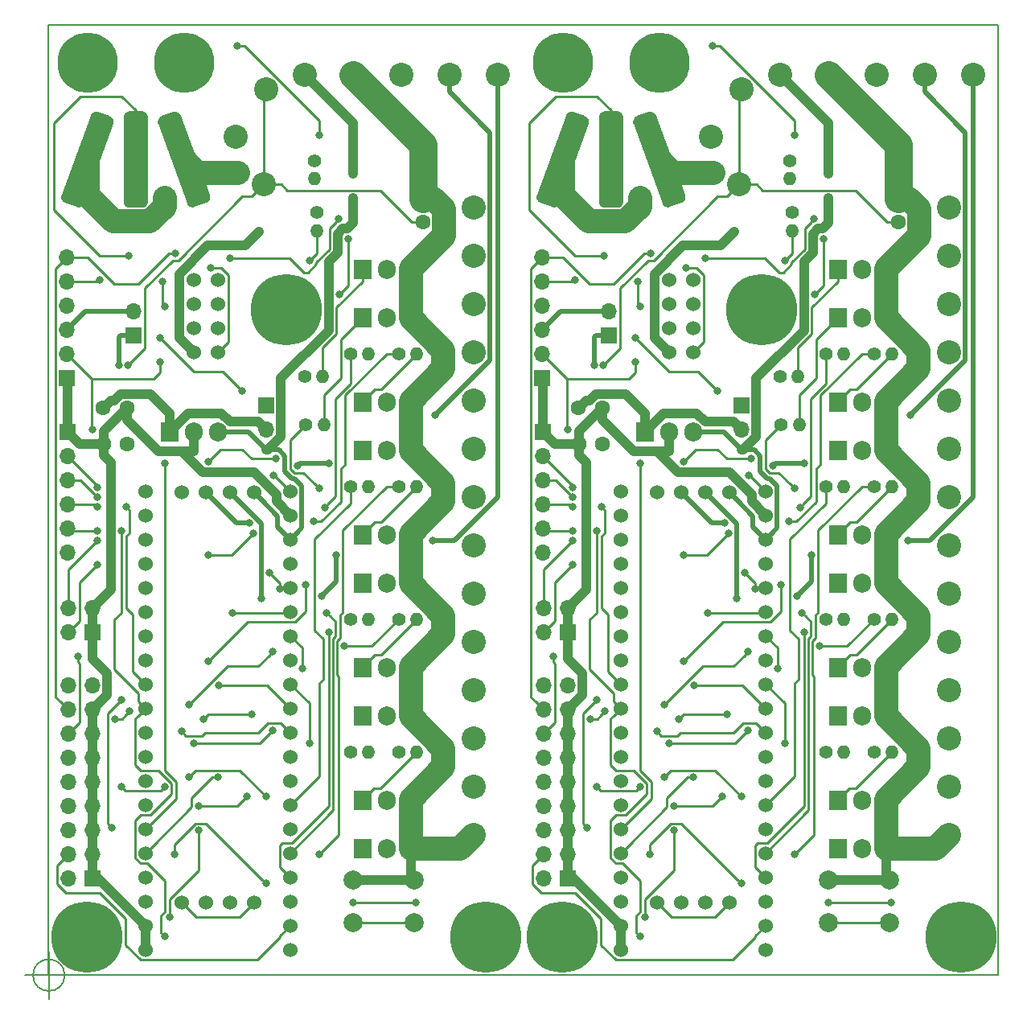
<source format=gbr>
%TF.GenerationSoftware,KiCad,Pcbnew,(5.0.2)-1*%
%TF.CreationDate,2020-01-22T19:31:57-08:00*%
%TF.ProjectId,noname.kicad_pcb_panel_x2,6e6f6e61-6d65-42e6-9b69-6361645f7063,rev?*%
%TF.SameCoordinates,PX4c4b400PY8f0d180*%
%TF.FileFunction,Copper,L1,Top*%
%TF.FilePolarity,Positive*%
%FSLAX46Y46*%
G04 Gerber Fmt 4.6, Leading zero omitted, Abs format (unit mm)*
G04 Created by KiCad (PCBNEW (5.0.2)-1) date 1/22/2020 7:31:57 PM*
%MOMM*%
%LPD*%
G01*
G04 APERTURE LIST*
%ADD10C,0.150000*%
%ADD11C,6.350000*%
%ADD12C,0.100000*%
%ADD13C,2.540000*%
%ADD14C,1.524000*%
%ADD15C,1.400000*%
%ADD16O,1.400000X1.400000*%
%ADD17C,1.600000*%
%ADD18C,7.500000*%
%ADD19R,1.700000X1.700000*%
%ADD20O,1.700000X1.700000*%
%ADD21O,1.905000X2.000000*%
%ADD22R,1.905000X2.000000*%
%ADD23C,2.000000*%
%ADD24C,0.800000*%
%ADD25C,0.250000*%
%ADD26C,1.000000*%
%ADD27C,2.000000*%
%ADD28C,3.000000*%
%ADD29C,2.500000*%
%ADD30C,0.500000*%
G04 APERTURE END LIST*
D10*
X100000000Y0D02*
X0Y0D01*
X100000000Y100000000D02*
X100000000Y0D01*
X0Y100000000D02*
X100000000Y100000000D01*
X0Y0D02*
X0Y100000000D01*
X1720666Y-44000D02*
G75*
G03X1720666Y-44000I-1666666J0D01*
G01*
X-2446000Y-44000D02*
X2554000Y-44000D01*
X54000Y2456000D02*
X54000Y-2544000D01*
D11*
X64316000Y95968000D03*
X54156000Y95968000D03*
D12*
G36*
X63482172Y90830742D02*
X63543356Y90818918D01*
X63603086Y90801154D01*
X63660788Y90777621D01*
X63715905Y90748546D01*
X63767907Y90714208D01*
X63816293Y90674939D01*
X63860596Y90631116D01*
X63900391Y90583161D01*
X63935294Y90531537D01*
X63964969Y90476740D01*
X63989130Y90419299D01*
X67029689Y82065432D01*
X67048103Y82005899D01*
X67060594Y81944847D01*
X67067040Y81882866D01*
X67067380Y81820551D01*
X67061610Y81758502D01*
X67049786Y81697318D01*
X67032022Y81637588D01*
X67008489Y81579886D01*
X66979414Y81524769D01*
X66945076Y81472767D01*
X66905807Y81424382D01*
X66861984Y81380078D01*
X66814029Y81340283D01*
X66762405Y81305380D01*
X66707608Y81275705D01*
X66650167Y81251544D01*
X65456758Y80817179D01*
X65397225Y80798765D01*
X65336173Y80786274D01*
X65274192Y80779828D01*
X65211877Y80779488D01*
X65149828Y80785258D01*
X65088644Y80797082D01*
X65028914Y80814846D01*
X64971212Y80838379D01*
X64916095Y80867454D01*
X64864093Y80901792D01*
X64815707Y80941061D01*
X64771404Y80984884D01*
X64731609Y81032839D01*
X64696706Y81084463D01*
X64667031Y81139260D01*
X64642870Y81196701D01*
X61602311Y89550568D01*
X61583897Y89610101D01*
X61571406Y89671153D01*
X61564960Y89733134D01*
X61564620Y89795449D01*
X61570390Y89857498D01*
X61582214Y89918682D01*
X61599978Y89978412D01*
X61623511Y90036114D01*
X61652586Y90091231D01*
X61686924Y90143233D01*
X61726193Y90191618D01*
X61770016Y90235922D01*
X61817971Y90275717D01*
X61869595Y90310620D01*
X61924392Y90340295D01*
X61981833Y90364456D01*
X63175242Y90798821D01*
X63234775Y90817235D01*
X63295827Y90829726D01*
X63357808Y90836172D01*
X63420123Y90836512D01*
X63482172Y90830742D01*
X63482172Y90830742D01*
G37*
D13*
X64316000Y85808000D03*
D12*
G36*
X59933241Y90884942D02*
X59994882Y90875799D01*
X60055331Y90860657D01*
X60114004Y90839664D01*
X60170337Y90813020D01*
X60223787Y90780983D01*
X60273840Y90743862D01*
X60320013Y90702013D01*
X60361862Y90655840D01*
X60398983Y90605787D01*
X60431020Y90552337D01*
X60457664Y90496004D01*
X60478657Y90437331D01*
X60493799Y90376882D01*
X60502942Y90315241D01*
X60506000Y90253000D01*
X60506000Y81363000D01*
X60502942Y81300759D01*
X60493799Y81239118D01*
X60478657Y81178669D01*
X60457664Y81119996D01*
X60431020Y81063663D01*
X60398983Y81010213D01*
X60361862Y80960160D01*
X60320013Y80913987D01*
X60273840Y80872138D01*
X60223787Y80835017D01*
X60170337Y80802980D01*
X60114004Y80776336D01*
X60055331Y80755343D01*
X59994882Y80740201D01*
X59933241Y80731058D01*
X59871000Y80728000D01*
X58601000Y80728000D01*
X58538759Y80731058D01*
X58477118Y80740201D01*
X58416669Y80755343D01*
X58357996Y80776336D01*
X58301663Y80802980D01*
X58248213Y80835017D01*
X58198160Y80872138D01*
X58151987Y80913987D01*
X58110138Y80960160D01*
X58073017Y81010213D01*
X58040980Y81063663D01*
X58014336Y81119996D01*
X57993343Y81178669D01*
X57978201Y81239118D01*
X57969058Y81300759D01*
X57966000Y81363000D01*
X57966000Y90253000D01*
X57969058Y90315241D01*
X57978201Y90376882D01*
X57993343Y90437331D01*
X58014336Y90496004D01*
X58040980Y90552337D01*
X58073017Y90605787D01*
X58110138Y90655840D01*
X58151987Y90702013D01*
X58198160Y90743862D01*
X58248213Y90780983D01*
X58301663Y90813020D01*
X58357996Y90839664D01*
X58416669Y90860657D01*
X58477118Y90875799D01*
X58538759Y90884942D01*
X58601000Y90888000D01*
X59871000Y90888000D01*
X59933241Y90884942D01*
X59933241Y90884942D01*
G37*
D13*
X59236000Y85808000D03*
D12*
G36*
X55114192Y90836172D02*
X55176173Y90829726D01*
X55237225Y90817235D01*
X55296758Y90798821D01*
X56490167Y90364456D01*
X56547608Y90340295D01*
X56602405Y90310620D01*
X56654029Y90275717D01*
X56701984Y90235922D01*
X56745807Y90191619D01*
X56785076Y90143233D01*
X56819414Y90091231D01*
X56848489Y90036114D01*
X56872022Y89978412D01*
X56889786Y89918682D01*
X56901610Y89857498D01*
X56907380Y89795449D01*
X56907040Y89733134D01*
X56900594Y89671153D01*
X56888103Y89610101D01*
X56869689Y89550568D01*
X53829130Y81196701D01*
X53804969Y81139260D01*
X53775294Y81084463D01*
X53740391Y81032839D01*
X53700596Y80984884D01*
X53656292Y80941061D01*
X53607907Y80901792D01*
X53555905Y80867454D01*
X53500788Y80838379D01*
X53443086Y80814846D01*
X53383356Y80797082D01*
X53322172Y80785258D01*
X53260123Y80779488D01*
X53197808Y80779828D01*
X53135827Y80786274D01*
X53074775Y80798765D01*
X53015242Y80817179D01*
X51821833Y81251544D01*
X51764392Y81275705D01*
X51709595Y81305380D01*
X51657971Y81340283D01*
X51610016Y81380078D01*
X51566193Y81424381D01*
X51526924Y81472767D01*
X51492586Y81524769D01*
X51463511Y81579886D01*
X51439978Y81637588D01*
X51422214Y81697318D01*
X51410390Y81758502D01*
X51404620Y81820551D01*
X51404960Y81882866D01*
X51411406Y81944847D01*
X51423897Y82005899D01*
X51442311Y82065432D01*
X54482870Y90419299D01*
X54507031Y90476740D01*
X54536706Y90531537D01*
X54571609Y90583161D01*
X54611404Y90631116D01*
X54655708Y90674939D01*
X54704093Y90714208D01*
X54756095Y90748546D01*
X54811212Y90777621D01*
X54868914Y90801154D01*
X54928644Y90818918D01*
X54989828Y90830742D01*
X55051877Y90836512D01*
X55114192Y90836172D01*
X55114192Y90836172D01*
G37*
D13*
X54156000Y85808000D03*
D11*
X14278000Y95968000D03*
X4118000Y95968000D03*
D12*
G36*
X13444172Y90830742D02*
X13505356Y90818918D01*
X13565086Y90801154D01*
X13622788Y90777621D01*
X13677905Y90748546D01*
X13729907Y90714208D01*
X13778293Y90674939D01*
X13822596Y90631116D01*
X13862391Y90583161D01*
X13897294Y90531537D01*
X13926969Y90476740D01*
X13951130Y90419299D01*
X16991689Y82065432D01*
X17010103Y82005899D01*
X17022594Y81944847D01*
X17029040Y81882866D01*
X17029380Y81820551D01*
X17023610Y81758502D01*
X17011786Y81697318D01*
X16994022Y81637588D01*
X16970489Y81579886D01*
X16941414Y81524769D01*
X16907076Y81472767D01*
X16867807Y81424382D01*
X16823984Y81380078D01*
X16776029Y81340283D01*
X16724405Y81305380D01*
X16669608Y81275705D01*
X16612167Y81251544D01*
X15418758Y80817179D01*
X15359225Y80798765D01*
X15298173Y80786274D01*
X15236192Y80779828D01*
X15173877Y80779488D01*
X15111828Y80785258D01*
X15050644Y80797082D01*
X14990914Y80814846D01*
X14933212Y80838379D01*
X14878095Y80867454D01*
X14826093Y80901792D01*
X14777707Y80941061D01*
X14733404Y80984884D01*
X14693609Y81032839D01*
X14658706Y81084463D01*
X14629031Y81139260D01*
X14604870Y81196701D01*
X11564311Y89550568D01*
X11545897Y89610101D01*
X11533406Y89671153D01*
X11526960Y89733134D01*
X11526620Y89795449D01*
X11532390Y89857498D01*
X11544214Y89918682D01*
X11561978Y89978412D01*
X11585511Y90036114D01*
X11614586Y90091231D01*
X11648924Y90143233D01*
X11688193Y90191618D01*
X11732016Y90235922D01*
X11779971Y90275717D01*
X11831595Y90310620D01*
X11886392Y90340295D01*
X11943833Y90364456D01*
X13137242Y90798821D01*
X13196775Y90817235D01*
X13257827Y90829726D01*
X13319808Y90836172D01*
X13382123Y90836512D01*
X13444172Y90830742D01*
X13444172Y90830742D01*
G37*
D13*
X14278000Y85808000D03*
D12*
G36*
X9895241Y90884942D02*
X9956882Y90875799D01*
X10017331Y90860657D01*
X10076004Y90839664D01*
X10132337Y90813020D01*
X10185787Y90780983D01*
X10235840Y90743862D01*
X10282013Y90702013D01*
X10323862Y90655840D01*
X10360983Y90605787D01*
X10393020Y90552337D01*
X10419664Y90496004D01*
X10440657Y90437331D01*
X10455799Y90376882D01*
X10464942Y90315241D01*
X10468000Y90253000D01*
X10468000Y81363000D01*
X10464942Y81300759D01*
X10455799Y81239118D01*
X10440657Y81178669D01*
X10419664Y81119996D01*
X10393020Y81063663D01*
X10360983Y81010213D01*
X10323862Y80960160D01*
X10282013Y80913987D01*
X10235840Y80872138D01*
X10185787Y80835017D01*
X10132337Y80802980D01*
X10076004Y80776336D01*
X10017331Y80755343D01*
X9956882Y80740201D01*
X9895241Y80731058D01*
X9833000Y80728000D01*
X8563000Y80728000D01*
X8500759Y80731058D01*
X8439118Y80740201D01*
X8378669Y80755343D01*
X8319996Y80776336D01*
X8263663Y80802980D01*
X8210213Y80835017D01*
X8160160Y80872138D01*
X8113987Y80913987D01*
X8072138Y80960160D01*
X8035017Y81010213D01*
X8002980Y81063663D01*
X7976336Y81119996D01*
X7955343Y81178669D01*
X7940201Y81239118D01*
X7931058Y81300759D01*
X7928000Y81363000D01*
X7928000Y90253000D01*
X7931058Y90315241D01*
X7940201Y90376882D01*
X7955343Y90437331D01*
X7976336Y90496004D01*
X8002980Y90552337D01*
X8035017Y90605787D01*
X8072138Y90655840D01*
X8113987Y90702013D01*
X8160160Y90743862D01*
X8210213Y90780983D01*
X8263663Y90813020D01*
X8319996Y90839664D01*
X8378669Y90860657D01*
X8439118Y90875799D01*
X8500759Y90884942D01*
X8563000Y90888000D01*
X9833000Y90888000D01*
X9895241Y90884942D01*
X9895241Y90884942D01*
G37*
D13*
X9198000Y85808000D03*
D12*
G36*
X5076192Y90836172D02*
X5138173Y90829726D01*
X5199225Y90817235D01*
X5258758Y90798821D01*
X6452167Y90364456D01*
X6509608Y90340295D01*
X6564405Y90310620D01*
X6616029Y90275717D01*
X6663984Y90235922D01*
X6707807Y90191619D01*
X6747076Y90143233D01*
X6781414Y90091231D01*
X6810489Y90036114D01*
X6834022Y89978412D01*
X6851786Y89918682D01*
X6863610Y89857498D01*
X6869380Y89795449D01*
X6869040Y89733134D01*
X6862594Y89671153D01*
X6850103Y89610101D01*
X6831689Y89550568D01*
X3791130Y81196701D01*
X3766969Y81139260D01*
X3737294Y81084463D01*
X3702391Y81032839D01*
X3662596Y80984884D01*
X3618292Y80941061D01*
X3569907Y80901792D01*
X3517905Y80867454D01*
X3462788Y80838379D01*
X3405086Y80814846D01*
X3345356Y80797082D01*
X3284172Y80785258D01*
X3222123Y80779488D01*
X3159808Y80779828D01*
X3097827Y80786274D01*
X3036775Y80798765D01*
X2977242Y80817179D01*
X1783833Y81251544D01*
X1726392Y81275705D01*
X1671595Y81305380D01*
X1619971Y81340283D01*
X1572016Y81380078D01*
X1528193Y81424381D01*
X1488924Y81472767D01*
X1454586Y81524769D01*
X1425511Y81579886D01*
X1401978Y81637588D01*
X1384214Y81697318D01*
X1372390Y81758502D01*
X1366620Y81820551D01*
X1366960Y81882866D01*
X1373406Y81944847D01*
X1385897Y82005899D01*
X1404311Y82065432D01*
X4444870Y90419299D01*
X4469031Y90476740D01*
X4498706Y90531537D01*
X4533609Y90583161D01*
X4573404Y90631116D01*
X4617708Y90674939D01*
X4666093Y90714208D01*
X4718095Y90748546D01*
X4773212Y90777621D01*
X4830914Y90801154D01*
X4890644Y90818918D01*
X4951828Y90830742D01*
X5013877Y90836512D01*
X5076192Y90836172D01*
X5076192Y90836172D01*
G37*
D13*
X4118000Y85808000D03*
D14*
X17844000Y73121000D03*
X17844000Y70581000D03*
X17844000Y68041000D03*
X17844000Y65501000D03*
X15304000Y65501000D03*
X15304000Y68041000D03*
X15304000Y70581000D03*
X15304000Y73121000D03*
D15*
X28248000Y80220000D03*
D16*
X28248000Y78320000D03*
D14*
X10224000Y2636000D03*
X10224000Y15336000D03*
X10224000Y33116000D03*
X10224000Y43276000D03*
X10224000Y5176000D03*
X10224000Y28036000D03*
X10224000Y10256000D03*
X10224000Y12796000D03*
X10224000Y7716000D03*
X10224000Y30576000D03*
X10224000Y25496000D03*
X10224000Y38196000D03*
X10224000Y17876000D03*
X10224000Y45816000D03*
X10224000Y40736000D03*
X10224000Y35656000D03*
X10224000Y48356000D03*
X10224000Y22956000D03*
X10224000Y50896000D03*
X10224000Y20416000D03*
X25464000Y2636000D03*
X25464000Y5176000D03*
X25464000Y7716000D03*
X25464000Y10256000D03*
X25464000Y12796000D03*
X25464000Y20416000D03*
X25464000Y15336000D03*
X25464000Y17876000D03*
X25464000Y22956000D03*
X25464000Y25496000D03*
X25464000Y28036000D03*
X25464000Y33116000D03*
X25464000Y30576000D03*
X25464000Y35656000D03*
X25464000Y38196000D03*
X25464000Y45816000D03*
X25464000Y40736000D03*
X25464000Y43276000D03*
X25464000Y48356000D03*
X25464000Y50896000D03*
D13*
X22914000Y93174000D03*
X22714000Y83174000D03*
X19714000Y88174000D03*
D17*
X39424000Y79204000D03*
X39424000Y81704000D03*
X5769000Y59646000D03*
X8269000Y59646000D03*
X8309000Y55836000D03*
X5809000Y55836000D03*
D18*
X4054000Y3956000D03*
X25054000Y69956000D03*
X46054000Y3956000D03*
D19*
X4626000Y36024000D03*
D20*
X2086000Y36024000D03*
X4626000Y38564000D03*
X2086000Y38564000D03*
D19*
X4626000Y10116000D03*
D20*
X2086000Y10116000D03*
X4626000Y12656000D03*
X2086000Y12656000D03*
X4626000Y15196000D03*
X2086000Y15196000D03*
X4626000Y17736000D03*
X2086000Y17736000D03*
X4626000Y20276000D03*
X2086000Y20276000D03*
X4626000Y22816000D03*
X2086000Y22816000D03*
X4626000Y25356000D03*
X2086000Y25356000D03*
X4626000Y27896000D03*
X2086000Y27896000D03*
X4626000Y30436000D03*
X2086000Y30436000D03*
X22914000Y57360000D03*
D19*
X22914000Y59900000D03*
X2054000Y57106000D03*
D20*
X2054000Y54566000D03*
X2054000Y52026000D03*
X2054000Y49486000D03*
X2054000Y46946000D03*
X2054000Y44406000D03*
D19*
X8944000Y67266000D03*
D20*
X8944000Y69806000D03*
X1959000Y75521000D03*
X1959000Y72981000D03*
X1959000Y70441000D03*
X1959000Y67901000D03*
X1959000Y65361000D03*
D19*
X1959000Y62821000D03*
D21*
X38154000Y55201000D03*
X35614000Y55201000D03*
D22*
X33074000Y55201000D03*
X33074000Y46311000D03*
D21*
X35614000Y46311000D03*
X38154000Y46311000D03*
D22*
X33074000Y41231000D03*
D21*
X35614000Y41231000D03*
X38154000Y41231000D03*
X38154000Y32341000D03*
X35614000Y32341000D03*
D22*
X33074000Y32341000D03*
D21*
X38154000Y27261000D03*
X35614000Y27261000D03*
D22*
X33074000Y27261000D03*
X33074000Y18371000D03*
D21*
X35614000Y18371000D03*
X38154000Y18371000D03*
X38154000Y13291000D03*
X35614000Y13291000D03*
D22*
X33074000Y13291000D03*
D21*
X38154000Y74251000D03*
X35614000Y74251000D03*
D22*
X33074000Y74251000D03*
X33074000Y69171000D03*
D21*
X35614000Y69171000D03*
X38154000Y69171000D03*
D22*
X33074000Y60281000D03*
D21*
X35614000Y60281000D03*
X38154000Y60281000D03*
D15*
X31804000Y65361000D03*
D16*
X33704000Y65361000D03*
X38784000Y51391000D03*
D15*
X36884000Y51391000D03*
X31804000Y51391000D03*
D16*
X33704000Y51391000D03*
X38784000Y37421000D03*
D15*
X36884000Y37421000D03*
X31804000Y37421000D03*
D16*
X33704000Y37421000D03*
X38784000Y23451000D03*
D15*
X36884000Y23451000D03*
D16*
X33704000Y23451000D03*
D15*
X31804000Y23451000D03*
X26978000Y62948000D03*
D16*
X28878000Y62948000D03*
D15*
X27110000Y57868000D03*
D16*
X29010000Y57868000D03*
X38784000Y65361000D03*
D15*
X36884000Y65361000D03*
D16*
X27994000Y83776000D03*
D15*
X27994000Y85676000D03*
D23*
X32054000Y5456000D03*
X32054000Y9956000D03*
X38554000Y5456000D03*
X38554000Y9956000D03*
D22*
X12754000Y57106000D03*
D21*
X15294000Y57106000D03*
X17834000Y57106000D03*
D14*
X21644000Y7576000D03*
X19104000Y7576000D03*
X16564000Y7576000D03*
X14024000Y7576000D03*
X14024000Y50756000D03*
X16564000Y50756000D03*
X19104000Y50756000D03*
X21644000Y50756000D03*
D13*
X44758000Y14688000D03*
X44758000Y19768000D03*
X44758000Y24848000D03*
X44758000Y29928000D03*
X44758000Y35008000D03*
X44758000Y40088000D03*
X44758000Y45168000D03*
X44758000Y50248000D03*
X44758000Y55328000D03*
X44758000Y60408000D03*
X44758000Y65488000D03*
X44758000Y70568000D03*
X44758000Y75648000D03*
X44758000Y80728000D03*
X26978000Y94698000D03*
X32058000Y94698000D03*
X37138000Y94698000D03*
X42218000Y94698000D03*
X47298000Y94698000D03*
D14*
X67882000Y73121000D03*
X67882000Y70581000D03*
X67882000Y68041000D03*
X67882000Y65501000D03*
X65342000Y65501000D03*
X65342000Y68041000D03*
X65342000Y70581000D03*
X65342000Y73121000D03*
D15*
X78286000Y80220000D03*
D16*
X78286000Y78320000D03*
D14*
X60262000Y2636000D03*
X60262000Y15336000D03*
X60262000Y33116000D03*
X60262000Y43276000D03*
X60262000Y5176000D03*
X60262000Y28036000D03*
X60262000Y10256000D03*
X60262000Y12796000D03*
X60262000Y7716000D03*
X60262000Y30576000D03*
X60262000Y25496000D03*
X60262000Y38196000D03*
X60262000Y17876000D03*
X60262000Y45816000D03*
X60262000Y40736000D03*
X60262000Y35656000D03*
X60262000Y48356000D03*
X60262000Y22956000D03*
X60262000Y50896000D03*
X60262000Y20416000D03*
X75502000Y2636000D03*
X75502000Y5176000D03*
X75502000Y7716000D03*
X75502000Y10256000D03*
X75502000Y12796000D03*
X75502000Y20416000D03*
X75502000Y15336000D03*
X75502000Y17876000D03*
X75502000Y22956000D03*
X75502000Y25496000D03*
X75502000Y28036000D03*
X75502000Y33116000D03*
X75502000Y30576000D03*
X75502000Y35656000D03*
X75502000Y38196000D03*
X75502000Y45816000D03*
X75502000Y40736000D03*
X75502000Y43276000D03*
X75502000Y48356000D03*
X75502000Y50896000D03*
D13*
X72952000Y93174000D03*
X72752000Y83174000D03*
X69752000Y88174000D03*
D17*
X89462000Y79204000D03*
X89462000Y81704000D03*
X55807000Y59646000D03*
X58307000Y59646000D03*
X58347000Y55836000D03*
X55847000Y55836000D03*
D18*
X54092000Y3956000D03*
X75092000Y69956000D03*
X96092000Y3956000D03*
D19*
X54664000Y36024000D03*
D20*
X52124000Y36024000D03*
X54664000Y38564000D03*
X52124000Y38564000D03*
D19*
X54664000Y10116000D03*
D20*
X52124000Y10116000D03*
X54664000Y12656000D03*
X52124000Y12656000D03*
X54664000Y15196000D03*
X52124000Y15196000D03*
X54664000Y17736000D03*
X52124000Y17736000D03*
X54664000Y20276000D03*
X52124000Y20276000D03*
X54664000Y22816000D03*
X52124000Y22816000D03*
X54664000Y25356000D03*
X52124000Y25356000D03*
X54664000Y27896000D03*
X52124000Y27896000D03*
X54664000Y30436000D03*
X52124000Y30436000D03*
X72952000Y57360000D03*
D19*
X72952000Y59900000D03*
X52092000Y57106000D03*
D20*
X52092000Y54566000D03*
X52092000Y52026000D03*
X52092000Y49486000D03*
X52092000Y46946000D03*
X52092000Y44406000D03*
D19*
X58982000Y67266000D03*
D20*
X58982000Y69806000D03*
X51997000Y75521000D03*
X51997000Y72981000D03*
X51997000Y70441000D03*
X51997000Y67901000D03*
X51997000Y65361000D03*
D19*
X51997000Y62821000D03*
D21*
X88192000Y55201000D03*
X85652000Y55201000D03*
D22*
X83112000Y55201000D03*
X83112000Y46311000D03*
D21*
X85652000Y46311000D03*
X88192000Y46311000D03*
D22*
X83112000Y41231000D03*
D21*
X85652000Y41231000D03*
X88192000Y41231000D03*
X88192000Y32341000D03*
X85652000Y32341000D03*
D22*
X83112000Y32341000D03*
D21*
X88192000Y27261000D03*
X85652000Y27261000D03*
D22*
X83112000Y27261000D03*
X83112000Y18371000D03*
D21*
X85652000Y18371000D03*
X88192000Y18371000D03*
X88192000Y13291000D03*
X85652000Y13291000D03*
D22*
X83112000Y13291000D03*
D21*
X88192000Y74251000D03*
X85652000Y74251000D03*
D22*
X83112000Y74251000D03*
X83112000Y69171000D03*
D21*
X85652000Y69171000D03*
X88192000Y69171000D03*
D22*
X83112000Y60281000D03*
D21*
X85652000Y60281000D03*
X88192000Y60281000D03*
D15*
X81842000Y65361000D03*
D16*
X83742000Y65361000D03*
X88822000Y51391000D03*
D15*
X86922000Y51391000D03*
X81842000Y51391000D03*
D16*
X83742000Y51391000D03*
X88822000Y37421000D03*
D15*
X86922000Y37421000D03*
X81842000Y37421000D03*
D16*
X83742000Y37421000D03*
X88822000Y23451000D03*
D15*
X86922000Y23451000D03*
D16*
X83742000Y23451000D03*
D15*
X81842000Y23451000D03*
X77016000Y62948000D03*
D16*
X78916000Y62948000D03*
D15*
X77148000Y57868000D03*
D16*
X79048000Y57868000D03*
X88822000Y65361000D03*
D15*
X86922000Y65361000D03*
D16*
X78032000Y83776000D03*
D15*
X78032000Y85676000D03*
D23*
X82092000Y5456000D03*
X82092000Y9956000D03*
X88592000Y5456000D03*
X88592000Y9956000D03*
D22*
X62792000Y57106000D03*
D21*
X65332000Y57106000D03*
X67872000Y57106000D03*
D14*
X71682000Y7576000D03*
X69142000Y7576000D03*
X66602000Y7576000D03*
X64062000Y7576000D03*
X64062000Y50756000D03*
X66602000Y50756000D03*
X69142000Y50756000D03*
X71682000Y50756000D03*
D13*
X94796000Y14688000D03*
X94796000Y19768000D03*
X94796000Y24848000D03*
X94796000Y29928000D03*
X94796000Y35008000D03*
X94796000Y40088000D03*
X94796000Y45168000D03*
X94796000Y50248000D03*
X94796000Y55328000D03*
X94796000Y60408000D03*
X94796000Y65488000D03*
X94796000Y70568000D03*
X94796000Y75648000D03*
X94796000Y80728000D03*
X77016000Y94698000D03*
X82096000Y94698000D03*
X87176000Y94698000D03*
X92256000Y94698000D03*
X97336000Y94698000D03*
D24*
X8406456Y64182766D03*
X58444456Y64182766D03*
X22152000Y78188000D03*
X32058000Y94698000D03*
X12246000Y81744000D03*
X72190000Y78188000D03*
X82096000Y94698000D03*
X62284000Y81744000D03*
X32058000Y81744000D03*
X32058000Y84284000D03*
X19993999Y84428397D03*
X82096000Y81744000D03*
X82096000Y84284000D03*
X70031999Y84428397D03*
X5134000Y43136000D03*
X55172000Y43136000D03*
X5134000Y45676000D03*
X55172000Y45676000D03*
X7674000Y28912000D03*
X14786000Y28404000D03*
X6658000Y15486990D03*
X23639010Y33992000D03*
X57712000Y28912000D03*
X64824000Y28404000D03*
X56696000Y15486990D03*
X73677010Y33992000D03*
X16310000Y26880000D03*
X21390000Y27388000D03*
X23256010Y42283043D03*
X24358148Y40650446D03*
X66348000Y26880000D03*
X71428000Y27388000D03*
X73294010Y42283043D03*
X74396148Y40650446D03*
X7674000Y19768000D03*
X12246000Y19768000D03*
X14786000Y20784000D03*
X22914000Y18752000D03*
X27486000Y24340000D03*
X57712000Y19768000D03*
X62284000Y19768000D03*
X64824000Y20784000D03*
X72952000Y18752000D03*
X77524000Y24340000D03*
X11738000Y64472000D03*
X4626000Y57360000D03*
X3102000Y33484000D03*
X17907172Y30499852D03*
X61776000Y64472000D03*
X54664000Y57360000D03*
X53140000Y33484000D03*
X67945172Y30499852D03*
X8526313Y27706688D03*
X7040362Y26932720D03*
X14019340Y25614660D03*
X12039813Y72946732D03*
X12246000Y70346699D03*
X13390394Y75928157D03*
X58564313Y27706688D03*
X57078362Y26932720D03*
X64057340Y25614660D03*
X62077813Y72946732D03*
X62284000Y70346699D03*
X63428394Y75928157D03*
X7406446Y64181010D03*
X20374000Y61424000D03*
X11738000Y67012000D03*
X23676000Y52534000D03*
X57444446Y64181010D03*
X70412000Y61424000D03*
X61776000Y67012000D03*
X73714000Y52534000D03*
X5138660Y51268660D03*
X55176660Y51268660D03*
X5134000Y50248000D03*
X8182000Y49232000D03*
X55172000Y50248000D03*
X58220000Y49232000D03*
X5129340Y49227340D03*
X55167340Y49227340D03*
X7674000Y46692000D03*
X5134000Y46692000D03*
X12246000Y4020000D03*
X57712000Y46692000D03*
X55172000Y46692000D03*
X62284000Y4020000D03*
X12246000Y53804000D03*
X62284000Y53804000D03*
X29081659Y49160341D03*
X29298943Y38100263D03*
X79119659Y49160341D03*
X79336943Y38100263D03*
X28502000Y12656000D03*
X78540000Y12656000D03*
X15298660Y24335340D03*
X23639010Y25737605D03*
X31143032Y34590153D03*
X65336660Y24335340D03*
X73677010Y25737605D03*
X81181032Y34590153D03*
X20882000Y18752000D03*
X15802000Y17736000D03*
X70920000Y18752000D03*
X65840000Y17736000D03*
X38662000Y7576000D03*
X32058000Y7576000D03*
X12754000Y6052000D03*
X15802000Y15196000D03*
X88700000Y7576000D03*
X82096000Y7576000D03*
X62792000Y6052000D03*
X65840000Y15196000D03*
X13262000Y12656000D03*
X22914000Y9608000D03*
X63300000Y12656000D03*
X72952000Y9608000D03*
X23930000Y54312000D03*
X16802175Y53973990D03*
X73968000Y54312000D03*
X66840175Y53973990D03*
X16818000Y44152000D03*
X28497672Y51201396D03*
X21555990Y46440536D03*
X66856000Y44152000D03*
X78535672Y51201396D03*
X71593990Y46440536D03*
X16818000Y32976000D03*
X27906639Y47708000D03*
X27085474Y41046202D03*
X66856000Y32976000D03*
X77944639Y47708000D03*
X77123474Y41046202D03*
X27486000Y75140000D03*
X29518000Y36024000D03*
X77524000Y75140000D03*
X79556000Y36024000D03*
X31550000Y77426000D03*
X30604011Y71584000D03*
X81588000Y77426000D03*
X80642011Y71584000D03*
X17834000Y20784000D03*
X5439834Y73161441D03*
X17076660Y74373340D03*
X67872000Y20784000D03*
X55477834Y73161441D03*
X67114660Y74373340D03*
X26719340Y32218659D03*
X76757340Y32218659D03*
X19358000Y38056000D03*
X69396000Y38056000D03*
X40694000Y58884000D03*
X29518000Y53804000D03*
X26216000Y53550000D03*
X21125947Y47531957D03*
X90732000Y58884000D03*
X79556000Y53804000D03*
X76254000Y53550000D03*
X71163947Y47531957D03*
X40440000Y45676000D03*
X30280000Y44152000D03*
X28756000Y39834000D03*
X22406000Y39580000D03*
X90478000Y45676000D03*
X80318000Y44152000D03*
X78794000Y39834000D03*
X72444000Y39580000D03*
X19104000Y75394000D03*
X30578890Y79532816D03*
X8436000Y75633981D03*
X69142000Y75394000D03*
X80616890Y79532816D03*
X58474000Y75633981D03*
X28502000Y88348000D03*
X19866000Y97746000D03*
X78540000Y88348000D03*
X69904000Y97746000D03*
D25*
X22714000Y92974000D02*
X22914000Y93174000D01*
X22714000Y83174000D02*
X22714000Y92974000D01*
X22714000Y83174000D02*
X24510051Y83174000D01*
X24510051Y83174000D02*
X25115040Y82569011D01*
X38292630Y79204000D02*
X39424000Y79204000D01*
X34927619Y82569011D02*
X38292630Y79204000D01*
X25115040Y82569011D02*
X34927619Y82569011D01*
X10162792Y72280976D02*
X13084972Y75203156D01*
X21444001Y81904001D02*
X22714000Y83174000D01*
X10162792Y65939102D02*
X10162792Y72280976D01*
X13738395Y75203156D02*
X20439240Y81904001D01*
X8406456Y64182766D02*
X10162792Y65939102D01*
X13084972Y75203156D02*
X13738395Y75203156D01*
X20439240Y81904001D02*
X21444001Y81904001D01*
X72752000Y92974000D02*
X72952000Y93174000D01*
X72752000Y83174000D02*
X72752000Y92974000D01*
X72752000Y83174000D02*
X74548051Y83174000D01*
X74548051Y83174000D02*
X75153040Y82569011D01*
X88330630Y79204000D02*
X89462000Y79204000D01*
X84965619Y82569011D02*
X88330630Y79204000D01*
X75153040Y82569011D02*
X84965619Y82569011D01*
X60200792Y72280976D02*
X63122972Y75203156D01*
X71482001Y81904001D02*
X72752000Y83174000D01*
X60200792Y65939102D02*
X60200792Y72280976D01*
X63776395Y75203156D02*
X70477240Y81904001D01*
X58444456Y64182766D02*
X60200792Y65939102D01*
X63122972Y75203156D02*
X63776395Y75203156D01*
X70477240Y81904001D02*
X71482001Y81904001D01*
D26*
X38154000Y10356000D02*
X38554000Y9956000D01*
X38154000Y13291000D02*
X38154000Y10356000D01*
X38554000Y9956000D02*
X32054000Y9956000D01*
X10224000Y2636000D02*
X10224000Y5176000D01*
X4626000Y10116000D02*
X4626000Y12656000D01*
X4626000Y12656000D02*
X4626000Y15196000D01*
X4626000Y15196000D02*
X4626000Y17736000D01*
X4626000Y17736000D02*
X4626000Y20276000D01*
X4626000Y20276000D02*
X4626000Y22816000D01*
X4626000Y22816000D02*
X4626000Y25356000D01*
X4626000Y36024000D02*
X4626000Y38564000D01*
X3324000Y55836000D02*
X2054000Y57106000D01*
X5809000Y55836000D02*
X3324000Y55836000D01*
X2054000Y62726000D02*
X1959000Y62821000D01*
X2054000Y57106000D02*
X2054000Y62726000D01*
X5809000Y57186000D02*
X8269000Y59646000D01*
X5809000Y55836000D02*
X5809000Y57186000D01*
X10224000Y5176000D02*
X5284000Y10116000D01*
X5284000Y10116000D02*
X4626000Y10116000D01*
X6573998Y40511998D02*
X6573998Y53939632D01*
X6573998Y53939632D02*
X5809000Y54704630D01*
X4626000Y38564000D02*
X6573998Y40511998D01*
X5809000Y54704630D02*
X5809000Y55836000D01*
X4626000Y27554288D02*
X4626000Y27896000D01*
X4626000Y25356000D02*
X4626000Y27554288D01*
X6176001Y31726256D02*
X4626000Y33276257D01*
X4626000Y33276257D02*
X4626000Y34174000D01*
X6176001Y29446001D02*
X6176001Y31726256D01*
X4626000Y34174000D02*
X4626000Y36024000D01*
X4626000Y27896000D02*
X6176001Y29446001D01*
D27*
X38154000Y54833002D02*
X38154000Y55201000D01*
D28*
X39424000Y87332000D02*
X39424000Y81704000D01*
X32058000Y94698000D02*
X39424000Y87332000D01*
D29*
X38154000Y74298500D02*
X38154000Y74251000D01*
X41674001Y77818501D02*
X38154000Y74298500D01*
X41674001Y80585369D02*
X41674001Y77818501D01*
X40555370Y81704000D02*
X41674001Y80585369D01*
X39424000Y81704000D02*
X40555370Y81704000D01*
X38154000Y74251000D02*
X38154000Y69171000D01*
X38154000Y60328500D02*
X38154000Y60281000D01*
X41606500Y63781000D02*
X38154000Y60328500D01*
X41606500Y65671000D02*
X41606500Y63781000D01*
X38154000Y69123500D02*
X41606500Y65671000D01*
X38154000Y69171000D02*
X38154000Y69123500D01*
X38154000Y60281000D02*
X38154000Y55201000D01*
X38154000Y46358500D02*
X38154000Y46311000D01*
X41606500Y49811000D02*
X38154000Y46358500D01*
X41606500Y51701000D02*
X41606500Y49811000D01*
X38154000Y55153500D02*
X41606500Y51701000D01*
X38154000Y55201000D02*
X38154000Y55153500D01*
X38154000Y46311000D02*
X38154000Y41231000D01*
X38154000Y32388500D02*
X38154000Y32341000D01*
X41606500Y35841000D02*
X38154000Y32388500D01*
X41606500Y37731000D02*
X41606500Y35841000D01*
X38154000Y41183500D02*
X41606500Y37731000D01*
X38154000Y41231000D02*
X38154000Y41183500D01*
X38154000Y32341000D02*
X38154000Y27261000D01*
X38154000Y18418500D02*
X38154000Y18371000D01*
X41606500Y21871000D02*
X38154000Y18418500D01*
X41606500Y23761000D02*
X41606500Y21871000D01*
X38154000Y27213500D02*
X41606500Y23761000D01*
X38154000Y27261000D02*
X38154000Y27213500D01*
X38154000Y18371000D02*
X38154000Y13291000D01*
X43361000Y13291000D02*
X44758000Y14688000D01*
X38154000Y13291000D02*
X43361000Y13291000D01*
D26*
X13770000Y73750762D02*
X16767239Y76748001D01*
X15304000Y65501000D02*
X13770000Y67035000D01*
X20712001Y76748001D02*
X21752001Y77788001D01*
X16767239Y76748001D02*
X20712001Y76748001D01*
X13770000Y67035000D02*
X13770000Y73750762D01*
X21752001Y77788001D02*
X22152000Y78188000D01*
X16274174Y52873989D02*
X14074163Y55074000D01*
X21689773Y52873989D02*
X16274174Y52873989D01*
X24001999Y50561763D02*
X21689773Y52873989D01*
X24001999Y49818001D02*
X24001999Y50561763D01*
X25464000Y48356000D02*
X24001999Y49818001D01*
X8269000Y58514630D02*
X8269000Y59646000D01*
X8269000Y58378498D02*
X8269000Y58514630D01*
X11573498Y55074000D02*
X8269000Y58378498D01*
X14074163Y55074000D02*
X11573498Y55074000D01*
X15294000Y55106000D02*
X15294000Y57106000D01*
X15262000Y55074000D02*
X15294000Y55106000D01*
X14074163Y55074000D02*
X15262000Y55074000D01*
D29*
X4118000Y81994769D02*
X4118000Y85808000D01*
X6834779Y79277990D02*
X4118000Y81994769D01*
X10696642Y79277990D02*
X6834779Y79277990D01*
X12246000Y80827348D02*
X10696642Y79277990D01*
X12246000Y81744000D02*
X12246000Y80827348D01*
D26*
X88192000Y10356000D02*
X88592000Y9956000D01*
X88192000Y13291000D02*
X88192000Y10356000D01*
X88592000Y9956000D02*
X82092000Y9956000D01*
X60262000Y2636000D02*
X60262000Y5176000D01*
X54664000Y10116000D02*
X54664000Y12656000D01*
X54664000Y12656000D02*
X54664000Y15196000D01*
X54664000Y15196000D02*
X54664000Y17736000D01*
X54664000Y17736000D02*
X54664000Y20276000D01*
X54664000Y20276000D02*
X54664000Y22816000D01*
X54664000Y22816000D02*
X54664000Y25356000D01*
X54664000Y36024000D02*
X54664000Y38564000D01*
X53362000Y55836000D02*
X52092000Y57106000D01*
X55847000Y55836000D02*
X53362000Y55836000D01*
X52092000Y62726000D02*
X51997000Y62821000D01*
X52092000Y57106000D02*
X52092000Y62726000D01*
X55847000Y57186000D02*
X58307000Y59646000D01*
X55847000Y55836000D02*
X55847000Y57186000D01*
X60262000Y5176000D02*
X55322000Y10116000D01*
X55322000Y10116000D02*
X54664000Y10116000D01*
X56611998Y40511998D02*
X56611998Y53939632D01*
X56611998Y53939632D02*
X55847000Y54704630D01*
X54664000Y38564000D02*
X56611998Y40511998D01*
X55847000Y54704630D02*
X55847000Y55836000D01*
X54664000Y27554288D02*
X54664000Y27896000D01*
X54664000Y25356000D02*
X54664000Y27554288D01*
X56214001Y31726256D02*
X54664000Y33276257D01*
X54664000Y33276257D02*
X54664000Y34174000D01*
X56214001Y29446001D02*
X56214001Y31726256D01*
X54664000Y34174000D02*
X54664000Y36024000D01*
X54664000Y27896000D02*
X56214001Y29446001D01*
D27*
X88192000Y54833002D02*
X88192000Y55201000D01*
D28*
X89462000Y87332000D02*
X89462000Y81704000D01*
X82096000Y94698000D02*
X89462000Y87332000D01*
D29*
X88192000Y74298500D02*
X88192000Y74251000D01*
X91712001Y77818501D02*
X88192000Y74298500D01*
X91712001Y80585369D02*
X91712001Y77818501D01*
X90593370Y81704000D02*
X91712001Y80585369D01*
X89462000Y81704000D02*
X90593370Y81704000D01*
X88192000Y74251000D02*
X88192000Y69171000D01*
X88192000Y60328500D02*
X88192000Y60281000D01*
X91644500Y63781000D02*
X88192000Y60328500D01*
X91644500Y65671000D02*
X91644500Y63781000D01*
X88192000Y69123500D02*
X91644500Y65671000D01*
X88192000Y69171000D02*
X88192000Y69123500D01*
X88192000Y60281000D02*
X88192000Y55201000D01*
X88192000Y46358500D02*
X88192000Y46311000D01*
X91644500Y49811000D02*
X88192000Y46358500D01*
X91644500Y51701000D02*
X91644500Y49811000D01*
X88192000Y55153500D02*
X91644500Y51701000D01*
X88192000Y55201000D02*
X88192000Y55153500D01*
X88192000Y46311000D02*
X88192000Y41231000D01*
X88192000Y32388500D02*
X88192000Y32341000D01*
X91644500Y35841000D02*
X88192000Y32388500D01*
X91644500Y37731000D02*
X91644500Y35841000D01*
X88192000Y41183500D02*
X91644500Y37731000D01*
X88192000Y41231000D02*
X88192000Y41183500D01*
X88192000Y32341000D02*
X88192000Y27261000D01*
X88192000Y18418500D02*
X88192000Y18371000D01*
X91644500Y21871000D02*
X88192000Y18418500D01*
X91644500Y23761000D02*
X91644500Y21871000D01*
X88192000Y27213500D02*
X91644500Y23761000D01*
X88192000Y27261000D02*
X88192000Y27213500D01*
X88192000Y18371000D02*
X88192000Y13291000D01*
X93399000Y13291000D02*
X94796000Y14688000D01*
X88192000Y13291000D02*
X93399000Y13291000D01*
D26*
X63808000Y73750762D02*
X66805239Y76748001D01*
X65342000Y65501000D02*
X63808000Y67035000D01*
X70750001Y76748001D02*
X71790001Y77788001D01*
X66805239Y76748001D02*
X70750001Y76748001D01*
X63808000Y67035000D02*
X63808000Y73750762D01*
X71790001Y77788001D02*
X72190000Y78188000D01*
X66312174Y52873989D02*
X64112163Y55074000D01*
X71727773Y52873989D02*
X66312174Y52873989D01*
X74039999Y50561763D02*
X71727773Y52873989D01*
X74039999Y49818001D02*
X74039999Y50561763D01*
X75502000Y48356000D02*
X74039999Y49818001D01*
X58307000Y58514630D02*
X58307000Y59646000D01*
X58307000Y58378498D02*
X58307000Y58514630D01*
X61611498Y55074000D02*
X58307000Y58378498D01*
X64112163Y55074000D02*
X61611498Y55074000D01*
X65332000Y55106000D02*
X65332000Y57106000D01*
X65300000Y55074000D02*
X65332000Y55106000D01*
X64112163Y55074000D02*
X65300000Y55074000D01*
D29*
X54156000Y81994769D02*
X54156000Y85808000D01*
X56872779Y79277990D02*
X54156000Y81994769D01*
X60734642Y79277990D02*
X56872779Y79277990D01*
X62284000Y80827348D02*
X60734642Y79277990D01*
X62284000Y81744000D02*
X62284000Y80827348D01*
D26*
X12754000Y57153500D02*
X12754000Y57106000D01*
X14706500Y59106000D02*
X12754000Y57153500D01*
X18218502Y59106000D02*
X14706500Y59106000D01*
X19114503Y58209999D02*
X18218502Y59106000D01*
X22064001Y58209999D02*
X19114503Y58209999D01*
X22914000Y57360000D02*
X22064001Y58209999D01*
X10713999Y61146001D02*
X7603746Y61146001D01*
X6903744Y60445999D02*
X6568999Y60445999D01*
X7603746Y61146001D02*
X6903744Y60445999D01*
X12754000Y59106000D02*
X10713999Y61146001D01*
X12754000Y57106000D02*
X12754000Y59106000D01*
X6568999Y60445999D02*
X5769000Y59646000D01*
X62792000Y57153500D02*
X62792000Y57106000D01*
X64744500Y59106000D02*
X62792000Y57153500D01*
X68256502Y59106000D02*
X64744500Y59106000D01*
X69152503Y58209999D02*
X68256502Y59106000D01*
X72102001Y58209999D02*
X69152503Y58209999D01*
X72952000Y57360000D02*
X72102001Y58209999D01*
X60751999Y61146001D02*
X57641746Y61146001D01*
X56941744Y60445999D02*
X56606999Y60445999D01*
X57641746Y61146001D02*
X56941744Y60445999D01*
X62792000Y59106000D02*
X60751999Y61146001D01*
X62792000Y57106000D02*
X62792000Y59106000D01*
X56606999Y60445999D02*
X55807000Y59646000D01*
D30*
X17834000Y57106000D02*
X21047762Y57106000D01*
X21047762Y57106000D02*
X22914000Y55239762D01*
D26*
X32058000Y89618000D02*
X26978000Y94698000D01*
X32058000Y84284000D02*
X32058000Y89618000D01*
X23087764Y55239762D02*
X24464001Y56615999D01*
X31484005Y78526001D02*
X32058000Y79099996D01*
X22914000Y55239762D02*
X23087764Y55239762D01*
X30449999Y76046847D02*
X30449999Y77954001D01*
X29504001Y75100849D02*
X30449999Y76046847D01*
X29504001Y67819999D02*
X29504001Y75100849D01*
X32058000Y81178315D02*
X32058000Y81744000D01*
X24464001Y56615999D02*
X24464001Y62779999D01*
X24464001Y62779999D02*
X29504001Y67819999D01*
X30449999Y77954001D02*
X31021999Y78526001D01*
X32058000Y79099996D02*
X32058000Y81178315D01*
X31021999Y78526001D02*
X31484005Y78526001D01*
D30*
X24915987Y54584017D02*
X24915988Y52963820D01*
X26676001Y47028001D02*
X26225999Y46577999D01*
X24260242Y55239762D02*
X24915987Y54584017D01*
X24915988Y52963820D02*
X25629821Y52249987D01*
X25629821Y52249987D02*
X25883821Y52249987D01*
X26676001Y51457807D02*
X26676001Y47028001D01*
X26225999Y46577999D02*
X25464000Y45816000D01*
X22914000Y55239762D02*
X24260242Y55239762D01*
X25883821Y52249987D02*
X26676001Y51457807D01*
X24122010Y48277990D02*
X22405999Y49994001D01*
X24122010Y47157990D02*
X24122010Y48277990D01*
X22405999Y49994001D02*
X21644000Y50756000D01*
X25464000Y45816000D02*
X24122010Y47157990D01*
D29*
X15657603Y84428397D02*
X19993999Y84428397D01*
X14278000Y85808000D02*
X15657603Y84428397D01*
D30*
X67872000Y57106000D02*
X71085762Y57106000D01*
X71085762Y57106000D02*
X72952000Y55239762D01*
D26*
X82096000Y89618000D02*
X77016000Y94698000D01*
X82096000Y84284000D02*
X82096000Y89618000D01*
X73125764Y55239762D02*
X74502001Y56615999D01*
X81522005Y78526001D02*
X82096000Y79099996D01*
X72952000Y55239762D02*
X73125764Y55239762D01*
X80487999Y76046847D02*
X80487999Y77954001D01*
X79542001Y75100849D02*
X80487999Y76046847D01*
X79542001Y67819999D02*
X79542001Y75100849D01*
X82096000Y81178315D02*
X82096000Y81744000D01*
X74502001Y56615999D02*
X74502001Y62779999D01*
X74502001Y62779999D02*
X79542001Y67819999D01*
X80487999Y77954001D02*
X81059999Y78526001D01*
X82096000Y79099996D02*
X82096000Y81178315D01*
X81059999Y78526001D02*
X81522005Y78526001D01*
D30*
X74953987Y54584017D02*
X74953988Y52963820D01*
X76714001Y47028001D02*
X76263999Y46577999D01*
X74298242Y55239762D02*
X74953987Y54584017D01*
X74953988Y52963820D02*
X75667821Y52249987D01*
X75667821Y52249987D02*
X75921821Y52249987D01*
X76714001Y51457807D02*
X76714001Y47028001D01*
X76263999Y46577999D02*
X75502000Y45816000D01*
X72952000Y55239762D02*
X74298242Y55239762D01*
X75921821Y52249987D02*
X76714001Y51457807D01*
X74160010Y48277990D02*
X72443999Y49994001D01*
X74160010Y47157990D02*
X74160010Y48277990D01*
X72443999Y49994001D02*
X71682000Y50756000D01*
X75502000Y45816000D02*
X74160010Y47157990D01*
D29*
X65695603Y84428397D02*
X70031999Y84428397D01*
X64316000Y85808000D02*
X65695603Y84428397D01*
D25*
X3261001Y41263001D02*
X5134000Y43136000D01*
X2086000Y36024000D02*
X3261001Y37199001D01*
X3261001Y37199001D02*
X3261001Y41263001D01*
X53299001Y41263001D02*
X55172000Y43136000D01*
X52124000Y36024000D02*
X53299001Y37199001D01*
X53299001Y37199001D02*
X53299001Y41263001D01*
X2086000Y38564000D02*
X2086000Y42628000D01*
X2086000Y42628000D02*
X5134000Y45676000D01*
X52124000Y38564000D02*
X52124000Y42628000D01*
X52124000Y42628000D02*
X55172000Y45676000D01*
X24376999Y4088999D02*
X24376999Y3958999D01*
X25464000Y5176000D02*
X24376999Y4088999D01*
X8129001Y5912001D02*
X5449002Y8592000D01*
X24376999Y3958999D02*
X21966999Y1548999D01*
X21966999Y1548999D02*
X9702239Y1548999D01*
X9702239Y1548999D02*
X8129001Y3122237D01*
X8129001Y3122237D02*
X8129001Y5912001D01*
X1236001Y11806001D02*
X2086000Y12656000D01*
X910999Y11480999D02*
X1236001Y11806001D01*
X910999Y9551999D02*
X910999Y11480999D01*
X1870998Y8592000D02*
X910999Y9551999D01*
X5449002Y8592000D02*
X1870998Y8592000D01*
X74414999Y4088999D02*
X74414999Y3958999D01*
X75502000Y5176000D02*
X74414999Y4088999D01*
X58167001Y5912001D02*
X55487002Y8592000D01*
X74414999Y3958999D02*
X72004999Y1548999D01*
X72004999Y1548999D02*
X59740239Y1548999D01*
X59740239Y1548999D02*
X58167001Y3122237D01*
X58167001Y3122237D02*
X58167001Y5912001D01*
X51274001Y11806001D02*
X52124000Y12656000D01*
X50948999Y11480999D02*
X51274001Y11806001D01*
X50948999Y9551999D02*
X50948999Y11480999D01*
X51908998Y8592000D02*
X50948999Y9551999D01*
X55487002Y8592000D02*
X51908998Y8592000D01*
X6258001Y15886989D02*
X6658000Y15486990D01*
X7674000Y28912000D02*
X6258001Y27496001D01*
X6258001Y27496001D02*
X6258001Y15886989D01*
X14786000Y28404000D02*
X18850000Y32468000D01*
X18850000Y32468000D02*
X22115010Y32468000D01*
X23239011Y33592001D02*
X23639010Y33992000D01*
X22115010Y32468000D02*
X23239011Y33592001D01*
X56296001Y15886989D02*
X56696000Y15486990D01*
X57712000Y28912000D02*
X56296001Y27496001D01*
X56296001Y27496001D02*
X56296001Y15886989D01*
X64824000Y28404000D02*
X68888000Y32468000D01*
X68888000Y32468000D02*
X72153010Y32468000D01*
X73277011Y33592001D02*
X73677010Y33992000D01*
X72153010Y32468000D02*
X73277011Y33592001D01*
X16310000Y26880000D02*
X16818000Y27388000D01*
X16818000Y27388000D02*
X21390000Y27388000D01*
X24358148Y41180905D02*
X24358148Y40650446D01*
X23256010Y42283043D02*
X24358148Y41180905D01*
X66348000Y26880000D02*
X66856000Y27388000D01*
X66856000Y27388000D02*
X71428000Y27388000D01*
X74396148Y41180905D02*
X74396148Y40650446D01*
X73294010Y42283043D02*
X74396148Y41180905D01*
X11806999Y19328999D02*
X12246000Y19768000D01*
X8113001Y19328999D02*
X11806999Y19328999D01*
X7674000Y19768000D02*
X8113001Y19328999D01*
X20156999Y21509001D02*
X22914000Y18752000D01*
X14786000Y20784000D02*
X15511001Y21509001D01*
X15511001Y21509001D02*
X20156999Y21509001D01*
X27486000Y28554000D02*
X25464000Y30576000D01*
X27486000Y24340000D02*
X27486000Y28554000D01*
X61844999Y19328999D02*
X62284000Y19768000D01*
X58151001Y19328999D02*
X61844999Y19328999D01*
X57712000Y19768000D02*
X58151001Y19328999D01*
X70194999Y21509001D02*
X72952000Y18752000D01*
X64824000Y20784000D02*
X65549001Y21509001D01*
X65549001Y21509001D02*
X70194999Y21509001D01*
X77524000Y28554000D02*
X75502000Y30576000D01*
X77524000Y24340000D02*
X77524000Y28554000D01*
X2808999Y64511001D02*
X1959000Y65361000D01*
X4589002Y62730998D02*
X2808999Y64511001D01*
X11070002Y62730998D02*
X4589002Y62730998D01*
X11738000Y63398996D02*
X11070002Y62730998D01*
X11738000Y64472000D02*
X11738000Y63398996D01*
X4589002Y62730998D02*
X4589002Y57396998D01*
X4589002Y57396998D02*
X4626000Y57360000D01*
X2935999Y26205999D02*
X2086000Y25356000D01*
X3261001Y26531001D02*
X2935999Y26205999D01*
X3261001Y32759314D02*
X3261001Y26531001D01*
X3102000Y32918315D02*
X3261001Y32759314D01*
X3102000Y33484000D02*
X3102000Y32918315D01*
X23000148Y30499852D02*
X17907172Y30499852D01*
X25464000Y28036000D02*
X23000148Y30499852D01*
X52846999Y64511001D02*
X51997000Y65361000D01*
X54627002Y62730998D02*
X52846999Y64511001D01*
X61108002Y62730998D02*
X54627002Y62730998D01*
X61776000Y63398996D02*
X61108002Y62730998D01*
X61776000Y64472000D02*
X61776000Y63398996D01*
X54627002Y62730998D02*
X54627002Y57396998D01*
X54627002Y57396998D02*
X54664000Y57360000D01*
X52973999Y26205999D02*
X52124000Y25356000D01*
X53299001Y26531001D02*
X52973999Y26205999D01*
X53299001Y32759314D02*
X53299001Y26531001D01*
X53140000Y32918315D02*
X53299001Y32759314D01*
X53140000Y33484000D02*
X53140000Y32918315D01*
X73038148Y30499852D02*
X67945172Y30499852D01*
X75502000Y28036000D02*
X73038148Y30499852D01*
X1236001Y28745999D02*
X2086000Y27896000D01*
X783999Y29198001D02*
X1236001Y28745999D01*
X783999Y74345999D02*
X783999Y29198001D01*
X1959000Y75521000D02*
X783999Y74345999D01*
X7752345Y26932720D02*
X8126314Y27306689D01*
X8126314Y27306689D02*
X8526313Y27706688D01*
X7040362Y26932720D02*
X7752345Y26932720D01*
X23069331Y26462606D02*
X22102725Y25496000D01*
X16507002Y25496000D02*
X16150001Y25138999D01*
X14419339Y25214661D02*
X14019340Y25614660D01*
X16150001Y25138999D02*
X14495001Y25138999D01*
X14495001Y25138999D02*
X14419339Y25214661D01*
X22102725Y25496000D02*
X16507002Y25496000D01*
X25464000Y25496000D02*
X24497394Y26462606D01*
X24497394Y26462606D02*
X23069331Y26462606D01*
X12039813Y70552886D02*
X12246000Y70346699D01*
X12039813Y72946732D02*
X12039813Y70552886D01*
X9469410Y72730987D02*
X12666580Y75928157D01*
X12824709Y75928157D02*
X13390394Y75928157D01*
X4105595Y75521000D02*
X6895608Y72730987D01*
X1959000Y75521000D02*
X4105595Y75521000D01*
X6895608Y72730987D02*
X9469410Y72730987D01*
X12666580Y75928157D02*
X12824709Y75928157D01*
X51274001Y28745999D02*
X52124000Y27896000D01*
X50821999Y29198001D02*
X51274001Y28745999D01*
X50821999Y74345999D02*
X50821999Y29198001D01*
X51997000Y75521000D02*
X50821999Y74345999D01*
X57790345Y26932720D02*
X58164314Y27306689D01*
X58164314Y27306689D02*
X58564313Y27706688D01*
X57078362Y26932720D02*
X57790345Y26932720D01*
X73107331Y26462606D02*
X72140725Y25496000D01*
X66545002Y25496000D02*
X66188001Y25138999D01*
X64457339Y25214661D02*
X64057340Y25614660D01*
X66188001Y25138999D02*
X64533001Y25138999D01*
X64533001Y25138999D02*
X64457339Y25214661D01*
X72140725Y25496000D02*
X66545002Y25496000D01*
X75502000Y25496000D02*
X74535394Y26462606D01*
X74535394Y26462606D02*
X73107331Y26462606D01*
X62077813Y70552886D02*
X62284000Y70346699D01*
X62077813Y72946732D02*
X62077813Y70552886D01*
X59507410Y72730987D02*
X62704580Y75928157D01*
X62862709Y75928157D02*
X63428394Y75928157D01*
X54143595Y75521000D02*
X56933608Y72730987D01*
X51997000Y75521000D02*
X54143595Y75521000D01*
X56933608Y72730987D02*
X59507410Y72730987D01*
X62704580Y75928157D02*
X62862709Y75928157D01*
X2054000Y44406000D02*
X1324000Y44406000D01*
D30*
X7406446Y64746695D02*
X7406446Y64181010D01*
X7406446Y67078446D02*
X7406446Y64746695D01*
X7594000Y67266000D02*
X7406446Y67078446D01*
X8944000Y67266000D02*
X7594000Y67266000D01*
D25*
X20374000Y61424000D02*
X18342000Y63456000D01*
X18342000Y63456000D02*
X15294000Y63456000D01*
X15294000Y63456000D02*
X11738000Y67012000D01*
X23826000Y52534000D02*
X25464000Y50896000D01*
X23676000Y52534000D02*
X23826000Y52534000D01*
X52092000Y44406000D02*
X51362000Y44406000D01*
D30*
X57444446Y64746695D02*
X57444446Y64181010D01*
X57444446Y67078446D02*
X57444446Y64746695D01*
X57632000Y67266000D02*
X57444446Y67078446D01*
X58982000Y67266000D02*
X57632000Y67266000D01*
D25*
X70412000Y61424000D02*
X68380000Y63456000D01*
X68380000Y63456000D02*
X65332000Y63456000D01*
X65332000Y63456000D02*
X61776000Y67012000D01*
X73864000Y52534000D02*
X75502000Y50896000D01*
X73714000Y52534000D02*
X73864000Y52534000D01*
X2054000Y54566000D02*
X5138660Y51481340D01*
X5138660Y51481340D02*
X5138660Y51268660D01*
X52092000Y54566000D02*
X55176660Y51481340D01*
X55176660Y51481340D02*
X55176660Y51268660D01*
X3356000Y52026000D02*
X5134000Y50248000D01*
X2054000Y52026000D02*
X3356000Y52026000D01*
X8182000Y49232000D02*
X8581999Y48832001D01*
X8182000Y38621004D02*
X8907002Y37896002D01*
X8907002Y31892998D02*
X9462001Y31337999D01*
X8907002Y37896002D02*
X8907002Y31892998D01*
X9462001Y31337999D02*
X10224000Y30576000D01*
X8581999Y48832001D02*
X8581999Y46526995D01*
X8581999Y46526995D02*
X8182000Y46126996D01*
X8182000Y46126996D02*
X8182000Y38621004D01*
X53394000Y52026000D02*
X55172000Y50248000D01*
X52092000Y52026000D02*
X53394000Y52026000D01*
X58220000Y49232000D02*
X58619999Y48832001D01*
X58220000Y38621004D02*
X58945002Y37896002D01*
X58945002Y31892998D02*
X59500001Y31337999D01*
X58945002Y37896002D02*
X58945002Y31892998D01*
X59500001Y31337999D02*
X60262000Y30576000D01*
X58619999Y48832001D02*
X58619999Y46526995D01*
X58619999Y46526995D02*
X58220000Y46126996D01*
X58220000Y46126996D02*
X58220000Y38621004D01*
X4870680Y49486000D02*
X5129340Y49227340D01*
X2054000Y49486000D02*
X4870680Y49486000D01*
X54908680Y49486000D02*
X55167340Y49227340D01*
X52092000Y49486000D02*
X54908680Y49486000D01*
X32054000Y5456000D02*
X38554000Y5456000D01*
X2308000Y46692000D02*
X2054000Y46946000D01*
X5134000Y46692000D02*
X2308000Y46692000D01*
X9462001Y28797999D02*
X9462001Y29606997D01*
X6948998Y32120000D02*
X6948998Y37388002D01*
X10224000Y28036000D02*
X9462001Y28797999D01*
X6948998Y37388002D02*
X7674000Y38113004D01*
X7674000Y38113004D02*
X7674000Y46126315D01*
X9462001Y29606997D02*
X6948998Y32120000D01*
X7674000Y46126315D02*
X7674000Y46692000D01*
X9702239Y11708999D02*
X9136999Y12274239D01*
X9136999Y12274239D02*
X9136999Y16223759D01*
X9702239Y16788999D02*
X10745761Y16788999D01*
X9136999Y16223759D02*
X9702239Y16788999D01*
X12246000Y9842762D02*
X10379763Y11708999D01*
X9136999Y22068241D02*
X9136999Y26948999D01*
X9462001Y27274001D02*
X10224000Y28036000D01*
X10379763Y11708999D02*
X9702239Y11708999D01*
X11846001Y4419999D02*
X11846001Y6217003D01*
X9136999Y26948999D02*
X9462001Y27274001D01*
X12246000Y4020000D02*
X11846001Y4419999D01*
X12246000Y6617002D02*
X12246000Y9842762D01*
X11846001Y6217003D02*
X12246000Y6617002D01*
X10745761Y16788999D02*
X12971002Y19014240D01*
X12971002Y19014240D02*
X12971002Y20116002D01*
X12971002Y20116002D02*
X11584003Y21503001D01*
X11584003Y21503001D02*
X9702239Y21503001D01*
X9702239Y21503001D02*
X9136999Y22068241D01*
X82092000Y5456000D02*
X88592000Y5456000D01*
X52346000Y46692000D02*
X52092000Y46946000D01*
X55172000Y46692000D02*
X52346000Y46692000D01*
X59500001Y28797999D02*
X59500001Y29606997D01*
X56986998Y32120000D02*
X56986998Y37388002D01*
X60262000Y28036000D02*
X59500001Y28797999D01*
X56986998Y37388002D02*
X57712000Y38113004D01*
X57712000Y38113004D02*
X57712000Y46126315D01*
X59500001Y29606997D02*
X56986998Y32120000D01*
X57712000Y46126315D02*
X57712000Y46692000D01*
X59740239Y11708999D02*
X59174999Y12274239D01*
X59174999Y12274239D02*
X59174999Y16223759D01*
X59740239Y16788999D02*
X60783761Y16788999D01*
X59174999Y16223759D02*
X59740239Y16788999D01*
X62284000Y9842762D02*
X60417763Y11708999D01*
X59174999Y22068241D02*
X59174999Y26948999D01*
X59500001Y27274001D02*
X60262000Y28036000D01*
X60417763Y11708999D02*
X59740239Y11708999D01*
X61884001Y4419999D02*
X61884001Y6217003D01*
X59174999Y26948999D02*
X59500001Y27274001D01*
X62284000Y4020000D02*
X61884001Y4419999D01*
X62284000Y6617002D02*
X62284000Y9842762D01*
X61884001Y6217003D02*
X62284000Y6617002D01*
X60783761Y16788999D02*
X63009002Y19014240D01*
X63009002Y19014240D02*
X63009002Y20116002D01*
X63009002Y20116002D02*
X61622003Y21503001D01*
X61622003Y21503001D02*
X59740239Y21503001D01*
X59740239Y21503001D02*
X59174999Y22068241D01*
D30*
X3864000Y69806000D02*
X7741919Y69806000D01*
X7741919Y69806000D02*
X8944000Y69806000D01*
X1959000Y67901000D02*
X3864000Y69806000D01*
X53902000Y69806000D02*
X57779919Y69806000D01*
X57779919Y69806000D02*
X58982000Y69806000D01*
X51997000Y67901000D02*
X53902000Y69806000D01*
D25*
X13421013Y20302402D02*
X13421013Y18533013D01*
X12246000Y21477415D02*
X13421013Y20302402D01*
X12246000Y53804000D02*
X12246000Y21477415D01*
X13421013Y18533013D02*
X10985999Y16097999D01*
X10985999Y16097999D02*
X10224000Y15336000D01*
X63459013Y20302402D02*
X63459013Y18533013D01*
X62284000Y21477415D02*
X63459013Y20302402D01*
X62284000Y53804000D02*
X62284000Y21477415D01*
X63459013Y18533013D02*
X61023999Y16097999D01*
X61023999Y16097999D02*
X60262000Y15336000D01*
X35029010Y47636010D02*
X38784000Y51391000D01*
X34351510Y47636010D02*
X35029010Y47636010D01*
X33074000Y46358500D02*
X34351510Y47636010D01*
X33074000Y46311000D02*
X33074000Y46358500D01*
X85067010Y47636010D02*
X88822000Y51391000D01*
X84389510Y47636010D02*
X85067010Y47636010D01*
X83112000Y46358500D02*
X84389510Y47636010D01*
X83112000Y46311000D02*
X83112000Y46358500D01*
X38084001Y36721001D02*
X38784000Y37421000D01*
X35029010Y33666010D02*
X38084001Y36721001D01*
X34351510Y33666010D02*
X35029010Y33666010D01*
X33074000Y32388500D02*
X34351510Y33666010D01*
X33074000Y32341000D02*
X33074000Y32388500D01*
X88122001Y36721001D02*
X88822000Y37421000D01*
X85067010Y33666010D02*
X88122001Y36721001D01*
X84389510Y33666010D02*
X85067010Y33666010D01*
X83112000Y32388500D02*
X84389510Y33666010D01*
X83112000Y32341000D02*
X83112000Y32388500D01*
X38084001Y22751001D02*
X38784000Y23451000D01*
X34954000Y19621000D02*
X38084001Y22751001D01*
X34276500Y19621000D02*
X34954000Y19621000D01*
X33074000Y18418500D02*
X34276500Y19621000D01*
X33074000Y18371000D02*
X33074000Y18418500D01*
X88122001Y22751001D02*
X88822000Y23451000D01*
X84992000Y19621000D02*
X88122001Y22751001D01*
X84314500Y19621000D02*
X84992000Y19621000D01*
X83112000Y18418500D02*
X84314500Y19621000D01*
X83112000Y18371000D02*
X83112000Y18418500D01*
X33074000Y73001000D02*
X33074000Y74251000D01*
X30329012Y70256012D02*
X33074000Y73001000D01*
X30329012Y67478269D02*
X30329012Y70256012D01*
X28878000Y62948000D02*
X28878000Y66027257D01*
X28878000Y66027257D02*
X30329012Y67478269D01*
X83112000Y73001000D02*
X83112000Y74251000D01*
X80367012Y70256012D02*
X83112000Y73001000D01*
X80367012Y67478269D02*
X80367012Y70256012D01*
X78916000Y62948000D02*
X78916000Y66027257D01*
X78916000Y66027257D02*
X80367012Y67478269D01*
X33074000Y69123500D02*
X33074000Y69171000D01*
X30778999Y66828499D02*
X33074000Y69123500D01*
X30778999Y62818997D02*
X30778999Y66828499D01*
X29010000Y61049998D02*
X30778999Y62818997D01*
X29010000Y57868000D02*
X29010000Y61049998D01*
X83112000Y69123500D02*
X83112000Y69171000D01*
X80816999Y66828499D02*
X83112000Y69123500D01*
X80816999Y62818997D02*
X80816999Y66828499D01*
X79048000Y61049998D02*
X80816999Y62818997D01*
X79048000Y57868000D02*
X79048000Y61049998D01*
X38084001Y64661001D02*
X38784000Y65361000D01*
X35029010Y61606010D02*
X38084001Y64661001D01*
X34351510Y61606010D02*
X35029010Y61606010D01*
X33074000Y60328500D02*
X34351510Y61606010D01*
X33074000Y60281000D02*
X33074000Y60328500D01*
X88122001Y64661001D02*
X88822000Y65361000D01*
X85067010Y61606010D02*
X88122001Y64661001D01*
X84389510Y61606010D02*
X85067010Y61606010D01*
X83112000Y60328500D02*
X84389510Y61606010D01*
X83112000Y60281000D02*
X83112000Y60328500D01*
X25464000Y12796000D02*
X29968011Y17300011D01*
X29968011Y17300011D02*
X29968011Y35329600D01*
X29968011Y35329600D02*
X30243001Y35604590D01*
X30243001Y35604590D02*
X30243001Y37156205D01*
X30243001Y37156205D02*
X29698942Y37700264D01*
X29698942Y37700264D02*
X29298943Y38100263D01*
X31804000Y65361000D02*
X31804000Y62184913D01*
X29481658Y49560340D02*
X29081659Y49160341D01*
X30243001Y50321683D02*
X29481658Y49560340D01*
X30243001Y60623914D02*
X30243001Y50321683D01*
X31804000Y62184913D02*
X30243001Y60623914D01*
X75502000Y12796000D02*
X80006011Y17300011D01*
X80006011Y17300011D02*
X80006011Y35329600D01*
X80006011Y35329600D02*
X80281001Y35604590D01*
X80281001Y35604590D02*
X80281001Y37156205D01*
X80281001Y37156205D02*
X79736942Y37700264D01*
X79736942Y37700264D02*
X79336943Y38100263D01*
X81842000Y65361000D02*
X81842000Y62184913D01*
X79519658Y49560340D02*
X79119659Y49160341D01*
X80281001Y50321683D02*
X79519658Y49560340D01*
X80281001Y60623914D02*
X80281001Y50321683D01*
X81842000Y62184913D02*
X80281001Y60623914D01*
X30534000Y14688000D02*
X28901999Y13055999D01*
X30534000Y31429167D02*
X30534000Y14688000D01*
X30418022Y35143200D02*
X30418022Y31545145D01*
X36884000Y51391000D02*
X35616498Y51391000D01*
X35616498Y51391000D02*
X31005001Y46779503D01*
X28901999Y13055999D02*
X28502000Y12656000D01*
X30418022Y31545145D02*
X30534000Y31429167D01*
X30693012Y35418190D02*
X30418022Y35143200D01*
X31005001Y46779503D02*
X31005001Y38139003D01*
X31005001Y38139003D02*
X30693012Y37827014D01*
X30693012Y37827014D02*
X30693012Y35418190D01*
X80572000Y14688000D02*
X78939999Y13055999D01*
X80572000Y31429167D02*
X80572000Y14688000D01*
X80456022Y35143200D02*
X80456022Y31545145D01*
X86922000Y51391000D02*
X85654498Y51391000D01*
X85654498Y51391000D02*
X81043001Y46779503D01*
X78939999Y13055999D02*
X78540000Y12656000D01*
X80456022Y31545145D02*
X80572000Y31429167D01*
X80731012Y35418190D02*
X80456022Y35143200D01*
X81043001Y46779503D02*
X81043001Y38139003D01*
X81043001Y38139003D02*
X80731012Y37827014D01*
X80731012Y37827014D02*
X80731012Y35418190D01*
X28908976Y35357974D02*
X28908976Y31076964D01*
X28030998Y45835998D02*
X28030998Y36235952D01*
X28908976Y31076964D02*
X28502000Y30669988D01*
X28030998Y36235952D02*
X28908976Y35357974D01*
X28502000Y30669988D02*
X28502000Y20914000D01*
X26225999Y18637999D02*
X25464000Y17876000D01*
X28502000Y20914000D02*
X26225999Y18637999D01*
X31804000Y49609000D02*
X28030998Y45835998D01*
X31804000Y51391000D02*
X31804000Y49609000D01*
X78946976Y35357974D02*
X78946976Y31076964D01*
X78068998Y45835998D02*
X78068998Y36235952D01*
X78946976Y31076964D02*
X78540000Y30669988D01*
X78068998Y36235952D02*
X78946976Y35357974D01*
X78540000Y30669988D02*
X78540000Y20914000D01*
X76263999Y18637999D02*
X75502000Y17876000D01*
X78540000Y20914000D02*
X76263999Y18637999D01*
X81842000Y49609000D02*
X78068998Y45835998D01*
X81842000Y51391000D02*
X81842000Y49609000D01*
X15298660Y24335340D02*
X22236745Y24335340D01*
X23239011Y25337606D02*
X23639010Y25737605D01*
X22236745Y24335340D02*
X23239011Y25337606D01*
X31708717Y34590153D02*
X31143032Y34590153D01*
X34053153Y34590153D02*
X31708717Y34590153D01*
X36884000Y37421000D02*
X34053153Y34590153D01*
X65336660Y24335340D02*
X72274745Y24335340D01*
X73277011Y25337606D02*
X73677010Y25737605D01*
X72274745Y24335340D02*
X73277011Y25337606D01*
X81746717Y34590153D02*
X81181032Y34590153D01*
X84091153Y34590153D02*
X81746717Y34590153D01*
X86922000Y37421000D02*
X84091153Y34590153D01*
X20882000Y18752000D02*
X19866000Y17736000D01*
X19866000Y17736000D02*
X15802000Y17736000D01*
X70920000Y18752000D02*
X69904000Y17736000D01*
X69904000Y17736000D02*
X65840000Y17736000D01*
X38662000Y7576000D02*
X32058000Y7576000D01*
X15802000Y10962762D02*
X15802000Y15196000D01*
X12754000Y7914762D02*
X15802000Y10962762D01*
X12754000Y6052000D02*
X12754000Y7914762D01*
X88700000Y7576000D02*
X82096000Y7576000D01*
X65840000Y10962762D02*
X65840000Y15196000D01*
X62792000Y7914762D02*
X65840000Y10962762D01*
X62792000Y6052000D02*
X62792000Y7914762D01*
X22514001Y10007999D02*
X22914000Y9608000D01*
X16600998Y15921002D02*
X22514001Y10007999D01*
X13262000Y13729004D02*
X15453998Y15921002D01*
X13262000Y12656000D02*
X13262000Y13729004D01*
X15453998Y15921002D02*
X16600998Y15921002D01*
X72552001Y10007999D02*
X72952000Y9608000D01*
X66638998Y15921002D02*
X72552001Y10007999D01*
X63300000Y13729004D02*
X65491998Y15921002D01*
X63300000Y12656000D02*
X63300000Y13729004D01*
X65491998Y15921002D02*
X66638998Y15921002D01*
X20426494Y55304009D02*
X18132194Y55304009D01*
X23930000Y54312000D02*
X21418503Y54312000D01*
X18132194Y55304009D02*
X16802175Y53973990D01*
X21418503Y54312000D02*
X20426494Y55304009D01*
X70464494Y55304009D02*
X68170194Y55304009D01*
X73968000Y54312000D02*
X71456503Y54312000D01*
X68170194Y55304009D02*
X66840175Y53973990D01*
X71456503Y54312000D02*
X70464494Y55304009D01*
X28097673Y51601395D02*
X28497672Y51201396D01*
X26874070Y52824998D02*
X28097673Y51601395D01*
X25490998Y53201998D02*
X25867998Y52824998D01*
X25490998Y56248998D02*
X25490998Y53201998D01*
X27110000Y57868000D02*
X25490998Y56248998D01*
X25867998Y52824998D02*
X26874070Y52824998D01*
X19267454Y44152000D02*
X21155991Y46040537D01*
X21155991Y46040537D02*
X21555990Y46440536D01*
X16818000Y44152000D02*
X19267454Y44152000D01*
X78135673Y51601395D02*
X78535672Y51201396D01*
X76912070Y52824998D02*
X78135673Y51601395D01*
X75528998Y53201998D02*
X75905998Y52824998D01*
X75528998Y56248998D02*
X75528998Y53201998D01*
X77148000Y57868000D02*
X75528998Y56248998D01*
X75905998Y52824998D02*
X76912070Y52824998D01*
X69305454Y44152000D02*
X71193991Y46040537D01*
X71193991Y46040537D02*
X71593990Y46440536D01*
X66856000Y44152000D02*
X69305454Y44152000D01*
X30778999Y49784679D02*
X28702320Y47708000D01*
X36884000Y65361000D02*
X35616498Y65361000D01*
X28702320Y47708000D02*
X28472324Y47708000D01*
X30778999Y53229997D02*
X30778999Y49784679D01*
X31259001Y61003503D02*
X31259001Y53709999D01*
X31259001Y53709999D02*
X30778999Y53229997D01*
X28472324Y47708000D02*
X27906639Y47708000D01*
X35616498Y65361000D02*
X31259001Y61003503D01*
X27085474Y40480517D02*
X27085474Y41046202D01*
X27085474Y38208712D02*
X27085474Y40480517D01*
X25985761Y37108999D02*
X27085474Y38208712D01*
X16818000Y32976000D02*
X20950999Y37108999D01*
X20950999Y37108999D02*
X25985761Y37108999D01*
X80816999Y49784679D02*
X78740320Y47708000D01*
X86922000Y65361000D02*
X85654498Y65361000D01*
X78740320Y47708000D02*
X78510324Y47708000D01*
X80816999Y53229997D02*
X80816999Y49784679D01*
X81297001Y61003503D02*
X81297001Y53709999D01*
X81297001Y53709999D02*
X80816999Y53229997D01*
X78510324Y47708000D02*
X77944639Y47708000D01*
X85654498Y65361000D02*
X81297001Y61003503D01*
X77123474Y40480517D02*
X77123474Y41046202D01*
X77123474Y38208712D02*
X77123474Y40480517D01*
X76023761Y37108999D02*
X77123474Y38208712D01*
X66856000Y32976000D02*
X70988999Y37108999D01*
X70988999Y37108999D02*
X76023761Y37108999D01*
X28248000Y75902000D02*
X27486000Y75140000D01*
X28248000Y78320000D02*
X28248000Y75902000D01*
X25619763Y13883001D02*
X24649001Y13883001D01*
X29518000Y17781238D02*
X25619763Y13883001D01*
X29518000Y36024000D02*
X29518000Y17781238D01*
X24702001Y11017999D02*
X25464000Y10256000D01*
X24376999Y11343001D02*
X24702001Y11017999D01*
X24376999Y13610999D02*
X24376999Y11343001D01*
X24649001Y13883001D02*
X24376999Y13610999D01*
X78286000Y75902000D02*
X77524000Y75140000D01*
X78286000Y78320000D02*
X78286000Y75902000D01*
X75657763Y13883001D02*
X74687001Y13883001D01*
X79556000Y17781238D02*
X75657763Y13883001D01*
X79556000Y36024000D02*
X79556000Y17781238D01*
X74740001Y11017999D02*
X75502000Y10256000D01*
X74414999Y11343001D02*
X74740001Y11017999D01*
X74414999Y13610999D02*
X74414999Y11343001D01*
X74687001Y13883001D02*
X74414999Y13610999D01*
X31004010Y71983999D02*
X30604011Y71584000D01*
X31550000Y77426000D02*
X31550000Y72529989D01*
X31550000Y72529989D02*
X31004010Y71983999D01*
X81042010Y71983999D02*
X80642011Y71584000D01*
X81588000Y77426000D02*
X81588000Y72529989D01*
X81588000Y72529989D02*
X81042010Y71983999D01*
X17834000Y20784000D02*
X17268315Y20784000D01*
X15076998Y18592683D02*
X15076998Y17648998D01*
X10985999Y13557999D02*
X10224000Y12796000D01*
X15076998Y17648998D02*
X10985999Y13557999D01*
X17268315Y20784000D02*
X15076998Y18592683D01*
X1959000Y72981000D02*
X5259393Y72981000D01*
X5259393Y72981000D02*
X5439834Y73161441D01*
X17844000Y65501000D02*
X18931001Y66588001D01*
X18931001Y66588001D02*
X18931001Y73642761D01*
X18931001Y73642761D02*
X18200422Y74373340D01*
X18200422Y74373340D02*
X17642345Y74373340D01*
X17642345Y74373340D02*
X17076660Y74373340D01*
X67872000Y20784000D02*
X67306315Y20784000D01*
X65114998Y18592683D02*
X65114998Y17648998D01*
X61023999Y13557999D02*
X60262000Y12796000D01*
X65114998Y17648998D02*
X61023999Y13557999D01*
X67306315Y20784000D02*
X65114998Y18592683D01*
X51997000Y72981000D02*
X55297393Y72981000D01*
X55297393Y72981000D02*
X55477834Y73161441D01*
X67882000Y65501000D02*
X68969001Y66588001D01*
X68969001Y66588001D02*
X68969001Y73642761D01*
X68969001Y73642761D02*
X68238422Y74373340D01*
X68238422Y74373340D02*
X67680345Y74373340D01*
X67680345Y74373340D02*
X67114660Y74373340D01*
X20882001Y6814001D02*
X21644000Y7576000D01*
X20120000Y6052000D02*
X20882001Y6814001D01*
X15548000Y6052000D02*
X20120000Y6052000D01*
X14024000Y7576000D02*
X15548000Y6052000D01*
X25464000Y35656000D02*
X26719340Y34400660D01*
X26719340Y32784344D02*
X26719340Y32218659D01*
X26719340Y34400660D02*
X26719340Y32784344D01*
X70920001Y6814001D02*
X71682000Y7576000D01*
X70158000Y6052000D02*
X70920001Y6814001D01*
X65586000Y6052000D02*
X70158000Y6052000D01*
X64062000Y7576000D02*
X65586000Y6052000D01*
X75502000Y35656000D02*
X76757340Y34400660D01*
X76757340Y32784344D02*
X76757340Y32218659D01*
X76757340Y34400660D02*
X76757340Y32784344D01*
X25324000Y38056000D02*
X25464000Y38196000D01*
X19358000Y38056000D02*
X25324000Y38056000D01*
X75362000Y38056000D02*
X75502000Y38196000D01*
X69396000Y38056000D02*
X75362000Y38056000D01*
D30*
X46478001Y88641948D02*
X46478001Y64668001D01*
X42218000Y94698000D02*
X42218000Y92901949D01*
X42218000Y92901949D02*
X46478001Y88641948D01*
X46478001Y64668001D02*
X40694000Y58884000D01*
X26470000Y53804000D02*
X26216000Y53550000D01*
X29518000Y53804000D02*
X26470000Y53804000D01*
X19788043Y47531957D02*
X20560262Y47531957D01*
X16564000Y50756000D02*
X19788043Y47531957D01*
X20560262Y47531957D02*
X21125947Y47531957D01*
X96516001Y88641948D02*
X96516001Y64668001D01*
X92256000Y94698000D02*
X92256000Y92901949D01*
X92256000Y92901949D02*
X96516001Y88641948D01*
X96516001Y64668001D02*
X90732000Y58884000D01*
X76508000Y53804000D02*
X76254000Y53550000D01*
X79556000Y53804000D02*
X76508000Y53804000D01*
X69826043Y47531957D02*
X70598262Y47531957D01*
X66602000Y50756000D02*
X69826043Y47531957D01*
X70598262Y47531957D02*
X71163947Y47531957D01*
X42731602Y45676000D02*
X40440000Y45676000D01*
X47298000Y50242398D02*
X42731602Y45676000D01*
X47298000Y94698000D02*
X47298000Y50242398D01*
X30280000Y41358000D02*
X28756000Y39834000D01*
X30280000Y44152000D02*
X30280000Y41358000D01*
X22406000Y47454000D02*
X19104000Y50756000D01*
X22406000Y39580000D02*
X22406000Y47454000D01*
X92769602Y45676000D02*
X90478000Y45676000D01*
X97336000Y50242398D02*
X92769602Y45676000D01*
X97336000Y94698000D02*
X97336000Y50242398D01*
X80318000Y41358000D02*
X78794000Y39834000D01*
X80318000Y44152000D02*
X80318000Y41358000D01*
X72444000Y47454000D02*
X69142000Y50756000D01*
X72444000Y39580000D02*
X72444000Y47454000D01*
D25*
X29624988Y76388578D02*
X29624988Y78578914D01*
X29624988Y78578914D02*
X30178891Y79132817D01*
X28211002Y74974592D02*
X29624988Y76388578D01*
X28211002Y74791998D02*
X28211002Y74974592D01*
X25396996Y75394000D02*
X26883998Y73906998D01*
X26883998Y73906998D02*
X27326002Y73906998D01*
X19104000Y75394000D02*
X25396996Y75394000D01*
X27326002Y73906998D02*
X28211002Y74791998D01*
X30178891Y79132817D02*
X30578890Y79532816D01*
X9198000Y90988000D02*
X9198000Y85808000D01*
X5402019Y75633981D02*
X562000Y80474000D01*
X562000Y80474000D02*
X562000Y89618000D01*
X562000Y89618000D02*
X3411999Y92467999D01*
X8436000Y75633981D02*
X5402019Y75633981D01*
X3411999Y92467999D02*
X7718001Y92467999D01*
X7718001Y92467999D02*
X9198000Y90988000D01*
X79662988Y76388578D02*
X79662988Y78578914D01*
X79662988Y78578914D02*
X80216891Y79132817D01*
X78249002Y74974592D02*
X79662988Y76388578D01*
X78249002Y74791998D02*
X78249002Y74974592D01*
X75434996Y75394000D02*
X76921998Y73906998D01*
X76921998Y73906998D02*
X77364002Y73906998D01*
X69142000Y75394000D02*
X75434996Y75394000D01*
X77364002Y73906998D02*
X78249002Y74791998D01*
X80216891Y79132817D02*
X80616890Y79532816D01*
X59236000Y90988000D02*
X59236000Y85808000D01*
X55440019Y75633981D02*
X50600000Y80474000D01*
X50600000Y80474000D02*
X50600000Y89618000D01*
X50600000Y89618000D02*
X53449999Y92467999D01*
X58474000Y75633981D02*
X55440019Y75633981D01*
X53449999Y92467999D02*
X57756001Y92467999D01*
X57756001Y92467999D02*
X59236000Y90988000D01*
X28502000Y88913685D02*
X28502000Y88348000D01*
X28502000Y89872000D02*
X28502000Y88913685D01*
X20628000Y97746000D02*
X28502000Y89872000D01*
X19866000Y97746000D02*
X20628000Y97746000D01*
X78540000Y88913685D02*
X78540000Y88348000D01*
X78540000Y89872000D02*
X78540000Y88913685D01*
X70666000Y97746000D02*
X78540000Y89872000D01*
X69904000Y97746000D02*
X70666000Y97746000D01*
M02*

</source>
